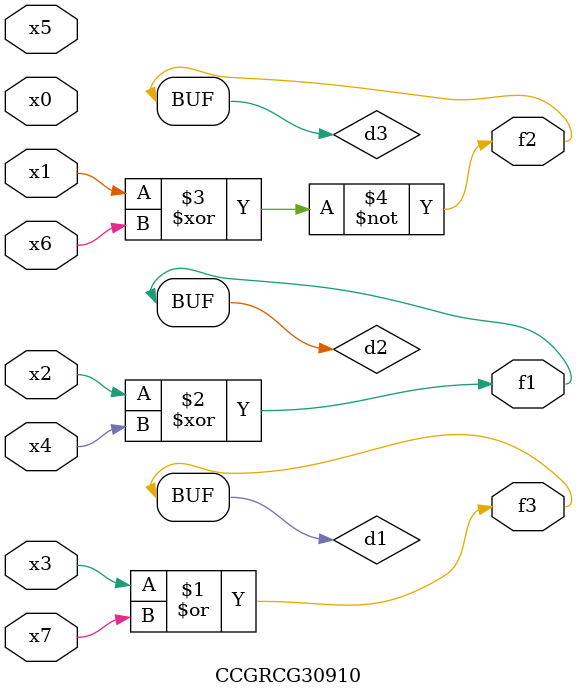
<source format=v>
module CCGRCG30910(
	input x0, x1, x2, x3, x4, x5, x6, x7,
	output f1, f2, f3
);

	wire d1, d2, d3;

	or (d1, x3, x7);
	xor (d2, x2, x4);
	xnor (d3, x1, x6);
	assign f1 = d2;
	assign f2 = d3;
	assign f3 = d1;
endmodule

</source>
